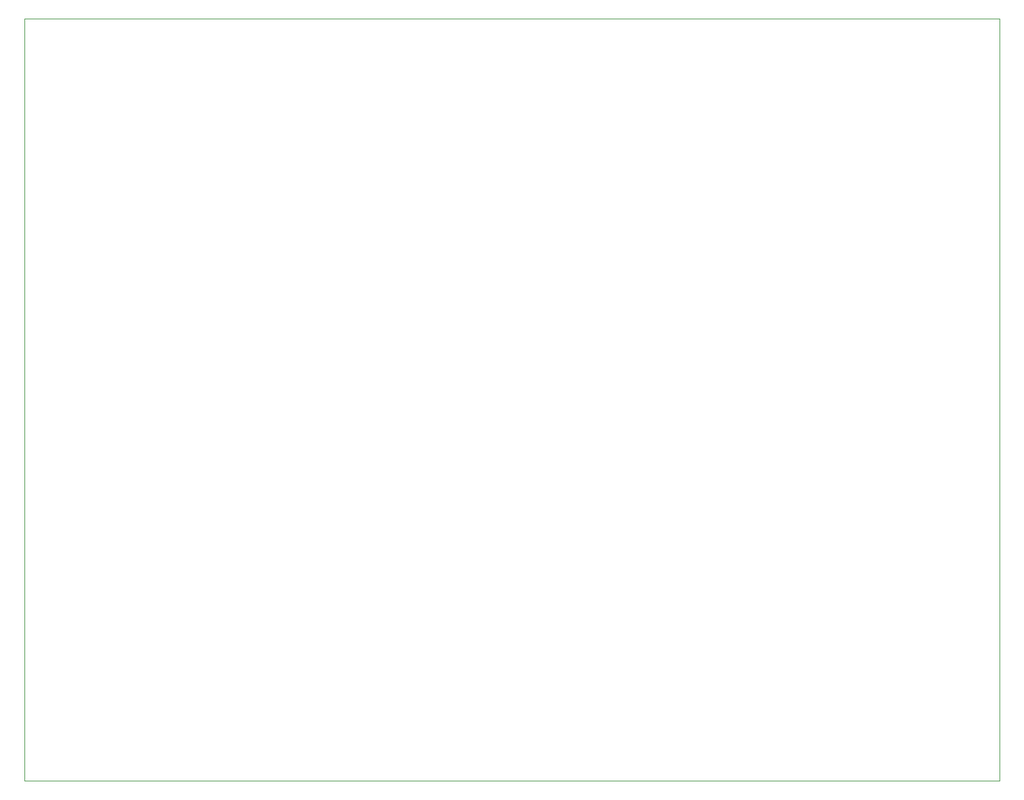
<source format=gbr>
G04 EasyPC Gerber Version 20.0.2 Build 4112 *
%FSLAX24Y24*%
%MOIN*%
%ADD75C,0.00000*%
X0Y0D02*
D02*
D75*
X0Y0D02*
X50500D01*
Y39500*
X0*
Y0*
D02*
M02*

</source>
